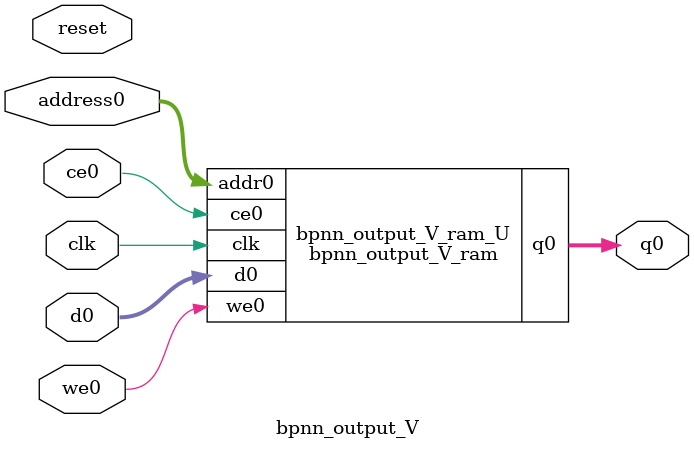
<source format=v>

`timescale 1 ns / 1 ps
module bpnn_output_V_ram (addr0, ce0, d0, we0, q0,  clk);

parameter DWIDTH = 20;
parameter AWIDTH = 4;
parameter MEM_SIZE = 14;

input[AWIDTH-1:0] addr0;
input ce0;
input[DWIDTH-1:0] d0;
input we0;
output reg[DWIDTH-1:0] q0;
input clk;

(* ram_style = "distributed" *)reg [DWIDTH-1:0] ram[0:MEM_SIZE-1];




always @(posedge clk)  
begin 
    if (ce0) 
    begin
        if (we0) 
        begin 
            ram[addr0] <= d0; 
            q0 <= d0;
        end 
        else 
            q0 <= ram[addr0];
    end
end


endmodule


`timescale 1 ns / 1 ps
module bpnn_output_V(
    reset,
    clk,
    address0,
    ce0,
    we0,
    d0,
    q0);

parameter DataWidth = 32'd20;
parameter AddressRange = 32'd14;
parameter AddressWidth = 32'd4;
input reset;
input clk;
input[AddressWidth - 1:0] address0;
input ce0;
input we0;
input[DataWidth - 1:0] d0;
output[DataWidth - 1:0] q0;



bpnn_output_V_ram bpnn_output_V_ram_U(
    .clk( clk ),
    .addr0( address0 ),
    .ce0( ce0 ),
    .we0( we0 ),
    .d0( d0 ),
    .q0( q0 ));

endmodule


</source>
